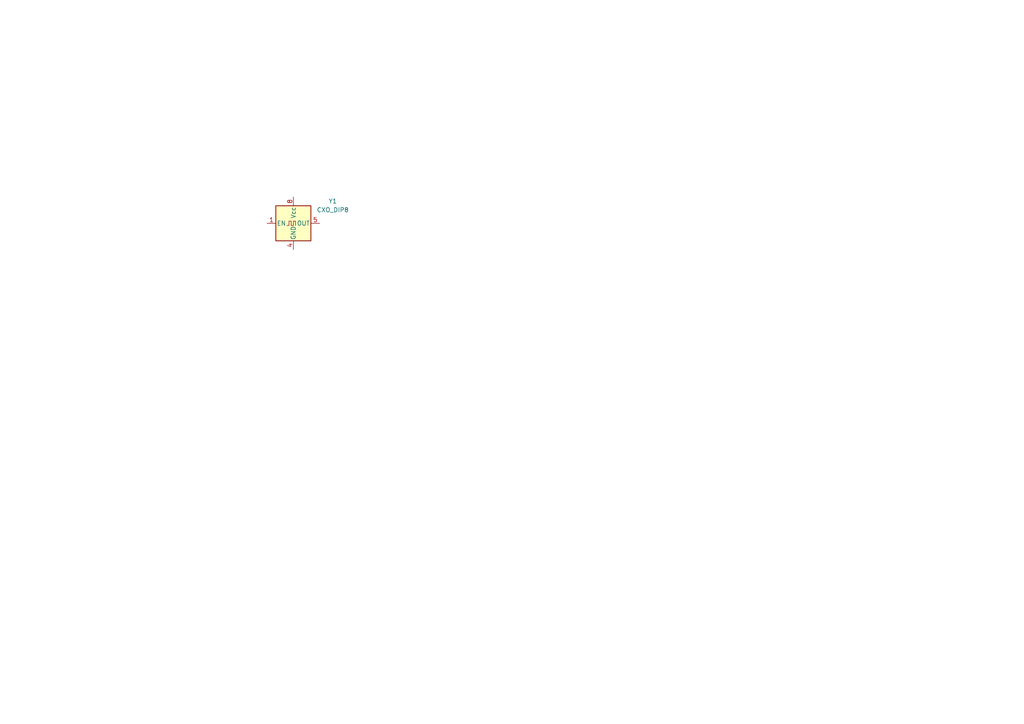
<source format=kicad_sch>
(kicad_sch (version 20250114) (generator "eeschema") (generator_version "9.0")
  (paper "A4")
  (lib_symbols
    (symbol "Oscillator:CXO_DIP8" (pin_names (offset 0.254))
      (property "Reference" "Y" (at -5.08 6.35 0))
      (property "Value" "CXO_DIP8" (at 1.27 -6.35 0))
      (symbol "CXO_DIP8_0_1"
        (rectangle (start -5.08 5.08) (end 5.08 -5.08) (stroke (width 0.254)) (fill (type background)))
        (polyline (pts (xy -1.905 -0.635) (xy -1.27 -0.635) (xy -1.27 0.635) (xy -0.635 0.635) (xy -0.635 -0.635) (xy 0 -0.635) (xy 0 0.635) (xy 0.635 0.635) (xy 0.635 -0.635)))
      )
      (symbol "CXO_DIP8_1_1"
        (pin input line (at -7.62 0 0) (length 2.54) (name "EN") (number "1"))
        (pin power_in line (at 0 7.62 270) (length 2.54) (name "Vcc") (number "8"))
        (pin power_in line (at 0 -7.62 90) (length 2.54) (name "GND") (number "4"))
        (pin output line (at 7.62 0 180) (length 2.54) (name "OUT") (number "5"))
      )
    )
  )
  (symbol (lib_id "Oscillator:CXO_DIP8") (at 85.09 64.77 0) (unit 1)
    (property "Reference" "Y1" (at 96.52 58.3498 0))
    (property "Value" "CXO_DIP8" (at 96.52 60.8898 0))
    (property "Footprint" "Oscillator:Oscillator_DIP-8" (effects (hide yes)))
    (property "Datasheet" "http://cdn-reichelt.de/documents/datenblatt/B400/OSZI.pdf" (effects (hide yes)))
    (property "Description" "Crystal Clock Oscillator, DIP8-style metal package" (effects (hide yes)))
  )
)
</source>
